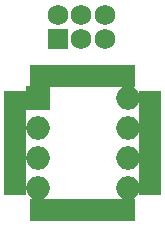
<source format=gbr>
G04 #@! TF.GenerationSoftware,KiCad,Pcbnew,(5.0.0)*
G04 #@! TF.CreationDate,2018-10-02T11:21:32+01:00*
G04 #@! TF.ProjectId,ArchMage,417263684D6167652E6B696361645F70,rev?*
G04 #@! TF.SameCoordinates,Original*
G04 #@! TF.FileFunction,Soldermask,Top*
G04 #@! TF.FilePolarity,Negative*
%FSLAX46Y46*%
G04 Gerber Fmt 4.6, Leading zero omitted, Abs format (unit mm)*
G04 Created by KiCad (PCBNEW (5.0.0)) date 10/02/18 11:21:32*
%MOMM*%
%LPD*%
G01*
G04 APERTURE LIST*
%ADD10R,2.000000X2.000000*%
%ADD11O,2.000000X2.000000*%
%ADD12C,1.750000*%
%ADD13R,1.750000X1.750000*%
%ADD14R,1.900000X0.950000*%
%ADD15R,0.950000X1.900000*%
G04 APERTURE END LIST*
D10*
G04 #@! TO.C,J2*
X157500000Y-90750000D03*
D11*
X165120000Y-98370000D03*
X157500000Y-93290000D03*
X165120000Y-95830000D03*
X157500000Y-95830000D03*
X165120000Y-93290000D03*
X157500000Y-98370000D03*
X165120000Y-90750000D03*
G04 #@! TD*
D12*
G04 #@! TO.C,J1*
X163200000Y-83800000D03*
X161200000Y-83800000D03*
X159200000Y-83800000D03*
X163200000Y-85800000D03*
X161200000Y-85800000D03*
D13*
X159200000Y-85800000D03*
G04 #@! TD*
D14*
G04 #@! TO.C,U1*
X167000000Y-90600000D03*
X167000000Y-91400000D03*
X167000000Y-92200000D03*
X167000000Y-93000000D03*
X167000000Y-93800000D03*
X167000000Y-94600000D03*
X167000000Y-95400000D03*
X167000000Y-96200000D03*
X167000000Y-97000000D03*
X167000000Y-97800000D03*
X167000000Y-98600000D03*
D15*
X165300000Y-100300000D03*
X164500000Y-100300000D03*
X163700000Y-100300000D03*
X162900000Y-100300000D03*
X162100000Y-100300000D03*
X161300000Y-100300000D03*
X160500000Y-100300000D03*
X159700000Y-100300000D03*
X158900000Y-100300000D03*
X158100000Y-100300000D03*
X157300000Y-100300000D03*
D14*
X155600000Y-98600000D03*
X155600000Y-97800000D03*
X155600000Y-97000000D03*
X155600000Y-96200000D03*
X155600000Y-95400000D03*
X155600000Y-94600000D03*
X155600000Y-93800000D03*
X155600000Y-93000000D03*
X155600000Y-92200000D03*
X155600000Y-91400000D03*
X155600000Y-90600000D03*
D15*
X157300000Y-88900000D03*
X158100000Y-88900000D03*
X158900000Y-88900000D03*
X159700000Y-88900000D03*
X160500000Y-88900000D03*
X161300000Y-88900000D03*
X162100000Y-88900000D03*
X162900000Y-88900000D03*
X163700000Y-88900000D03*
X164500000Y-88900000D03*
X165300000Y-88900000D03*
G04 #@! TD*
M02*

</source>
